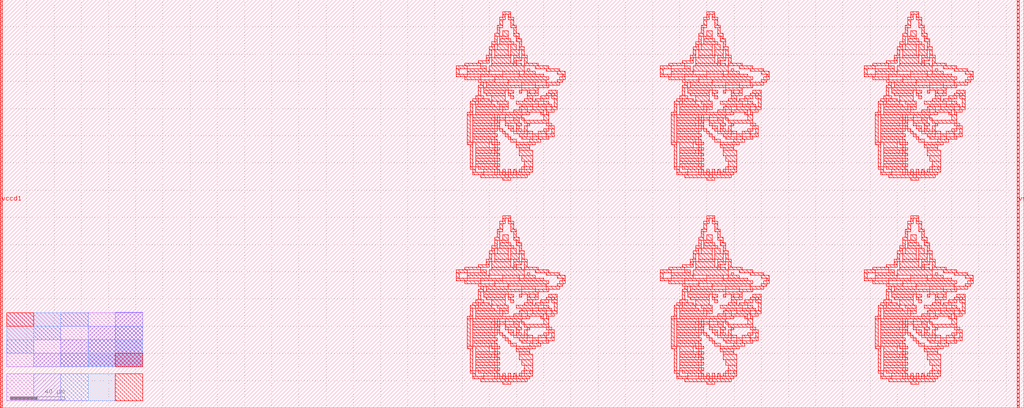
<source format=lef>
VERSION 5.7 ;
  NOWIREEXTENSIONATPIN ON ;
  DIVIDERCHAR "/" ;
  BUSBITCHARS "[]" ;
MACRO Art
  CLASS BLOCK ;
  FOREIGN Art ;
  ORIGIN -0.200 0.000 ;
  SIZE 752.920 BY 300.000 ;
  PIN vccd1
    DIRECTION INPUT ;
    USE POWER ;
    PORT
      LAYER met4 ;
        RECT 0.20000 0.00000 1.80000 300.00000 ;
    END
  END vccd1
  PIN vssd1
    DIRECTION INPUT ;
    USE GROUND ;
    PORT
      LAYER met4 ;
        RECT 748.20000 0.00000 749.80000 300.00000 ;
    END
  END vssd1
  OBS
      LAYER li1 ;
        RECT 5.000 30.000 105.000 70.000 ;
        RECT 5.000 5.000 25.000 25.000 ;
      LAYER met1 ;
        RECT 85.000 60.000 105.000 70.120 ;
        RECT 65.000 50.000 105.000 60.000 ;
        RECT 45.000 40.000 105.000 50.000 ;
        RECT 25.000 30.120 105.000 40.000 ;
        RECT 25.000 30.000 85.000 30.120 ;
        RECT 25.000 5.000 45.000 25.000 ;
      LAYER met2 ;
        RECT 45.000 60.000 65.000 70.000 ;
        RECT 25.000 50.000 45.000 60.000 ;
        RECT 85.000 50.000 105.000 60.000 ;
        RECT 5.000 40.000 25.000 50.000 ;
        RECT 65.000 40.000 105.000 50.000 ;
        RECT 45.000 30.000 105.000 40.000 ;
        RECT 45.000 5.000 65.000 25.000 ;
      LAYER met3 ;
        RECT 25.000 60.000 45.000 70.000 ;
        RECT 5.000 50.000 25.000 60.000 ;
        RECT 85.000 40.000 105.000 50.000 ;
        RECT 65.000 30.000 105.000 40.000 ;
        RECT 65.000 5.000 85.000 25.000 ;
      LAYER met4 ;
        RECT 0.200 0.000 1.800 300.000 ;
        RECT 369.830 289.290 375.830 291.290 ;
        RECT 369.830 287.290 371.830 289.290 ;
        RECT 367.830 285.290 371.830 287.290 ;
        RECT 373.830 287.290 375.830 289.290 ;
        RECT 519.830 289.290 525.830 291.290 ;
        RECT 519.830 287.290 521.830 289.290 ;
        RECT 373.830 285.290 377.830 287.290 ;
        RECT 367.830 281.290 369.830 285.290 ;
        RECT 365.830 279.290 369.830 281.290 ;
        RECT 375.830 281.290 377.830 285.290 ;
        RECT 517.830 285.290 521.830 287.290 ;
        RECT 523.830 287.290 525.830 289.290 ;
        RECT 669.830 289.290 675.830 291.290 ;
        RECT 669.830 287.290 671.830 289.290 ;
        RECT 523.830 285.290 527.830 287.290 ;
        RECT 517.830 281.290 519.830 285.290 ;
        RECT 375.830 279.290 379.830 281.290 ;
        RECT 365.830 275.290 367.830 279.290 ;
        RECT 363.830 273.290 367.830 275.290 ;
        RECT 369.830 273.290 373.830 277.290 ;
        RECT 377.830 275.290 379.830 279.290 ;
        RECT 515.830 279.290 519.830 281.290 ;
        RECT 525.830 281.290 527.830 285.290 ;
        RECT 667.830 285.290 671.830 287.290 ;
        RECT 673.830 287.290 675.830 289.290 ;
        RECT 673.830 285.290 677.830 287.290 ;
        RECT 667.830 281.290 669.830 285.290 ;
        RECT 525.830 279.290 529.830 281.290 ;
        RECT 515.830 275.290 517.830 279.290 ;
        RECT 377.830 273.290 381.830 275.290 ;
        RECT 363.830 269.290 365.830 273.290 ;
        RECT 361.830 267.290 365.830 269.290 ;
        RECT 367.830 271.290 373.830 273.290 ;
        RECT 379.830 271.290 381.830 273.290 ;
        RECT 513.830 273.290 517.830 275.290 ;
        RECT 519.830 273.290 523.830 277.290 ;
        RECT 527.830 275.290 529.830 279.290 ;
        RECT 665.830 279.290 669.830 281.290 ;
        RECT 675.830 281.290 677.830 285.290 ;
        RECT 675.830 279.290 679.830 281.290 ;
        RECT 665.830 275.290 667.830 279.290 ;
        RECT 527.830 273.290 531.830 275.290 ;
        RECT 367.830 269.290 375.830 271.290 ;
        RECT 379.830 269.290 383.830 271.290 ;
        RECT 513.830 269.290 515.830 273.290 ;
        RECT 367.830 267.290 377.830 269.290 ;
        RECT 361.830 265.290 363.830 267.290 ;
        RECT 359.830 263.290 363.830 265.290 ;
        RECT 365.830 263.290 373.830 267.290 ;
        RECT 359.830 259.290 361.830 263.290 ;
        RECT 357.830 257.290 361.830 259.290 ;
        RECT 363.830 259.290 373.830 263.290 ;
        RECT 375.830 263.290 379.830 267.290 ;
        RECT 381.830 265.290 383.830 269.290 ;
        RECT 511.830 267.290 515.830 269.290 ;
        RECT 517.830 271.290 523.830 273.290 ;
        RECT 529.830 271.290 531.830 273.290 ;
        RECT 663.830 273.290 667.830 275.290 ;
        RECT 669.830 273.290 673.830 277.290 ;
        RECT 677.830 275.290 679.830 279.290 ;
        RECT 677.830 273.290 681.830 275.290 ;
        RECT 517.830 269.290 525.830 271.290 ;
        RECT 529.830 269.290 533.830 271.290 ;
        RECT 663.830 269.290 665.830 273.290 ;
        RECT 517.830 267.290 527.830 269.290 ;
        RECT 511.830 265.290 513.830 267.290 ;
        RECT 381.830 263.290 385.830 265.290 ;
        RECT 375.830 259.290 381.830 263.290 ;
        RECT 363.830 257.290 375.830 259.290 ;
        RECT 357.830 255.290 359.830 257.290 ;
        RECT 351.830 253.290 359.830 255.290 ;
        RECT 361.830 253.290 375.830 257.290 ;
        RECT 377.830 257.290 381.830 259.290 ;
        RECT 383.830 259.290 385.830 263.290 ;
        RECT 509.830 263.290 513.830 265.290 ;
        RECT 515.830 263.290 523.830 267.290 ;
        RECT 509.830 259.290 511.830 263.290 ;
        RECT 383.830 257.290 387.830 259.290 ;
        RECT 377.830 255.290 383.830 257.290 ;
        RECT 377.830 253.290 379.830 255.290 ;
        RECT 385.830 253.290 387.830 257.290 ;
        RECT 507.830 257.290 511.830 259.290 ;
        RECT 513.830 259.290 523.830 263.290 ;
        RECT 525.830 263.290 529.830 267.290 ;
        RECT 531.830 265.290 533.830 269.290 ;
        RECT 661.830 267.290 665.830 269.290 ;
        RECT 667.830 271.290 673.830 273.290 ;
        RECT 679.830 271.290 681.830 273.290 ;
        RECT 667.830 269.290 675.830 271.290 ;
        RECT 679.830 269.290 683.830 271.290 ;
        RECT 667.830 267.290 677.830 269.290 ;
        RECT 661.830 265.290 663.830 267.290 ;
        RECT 531.830 263.290 535.830 265.290 ;
        RECT 525.830 259.290 531.830 263.290 ;
        RECT 513.830 257.290 525.830 259.290 ;
        RECT 507.830 255.290 509.830 257.290 ;
        RECT 501.830 253.290 509.830 255.290 ;
        RECT 511.830 253.290 525.830 257.290 ;
        RECT 527.830 257.290 531.830 259.290 ;
        RECT 533.830 259.290 535.830 263.290 ;
        RECT 659.830 263.290 663.830 265.290 ;
        RECT 665.830 263.290 673.830 267.290 ;
        RECT 659.830 259.290 661.830 263.290 ;
        RECT 533.830 257.290 537.830 259.290 ;
        RECT 527.830 255.290 533.830 257.290 ;
        RECT 527.830 253.290 529.830 255.290 ;
        RECT 535.830 253.290 537.830 257.290 ;
        RECT 657.830 257.290 661.830 259.290 ;
        RECT 663.830 259.290 673.830 263.290 ;
        RECT 675.830 263.290 679.830 267.290 ;
        RECT 681.830 265.290 683.830 269.290 ;
        RECT 681.830 263.290 685.830 265.290 ;
        RECT 675.830 259.290 681.830 263.290 ;
        RECT 663.830 257.290 675.830 259.290 ;
        RECT 657.830 255.290 659.830 257.290 ;
        RECT 651.830 253.290 659.830 255.290 ;
        RECT 661.830 253.290 675.830 257.290 ;
        RECT 677.830 257.290 681.830 259.290 ;
        RECT 683.830 259.290 685.830 263.290 ;
        RECT 683.830 257.290 687.830 259.290 ;
        RECT 677.830 255.290 683.830 257.290 ;
        RECT 677.830 253.290 679.830 255.290 ;
        RECT 685.830 253.290 687.830 257.290 ;
        RECT 341.830 251.290 353.830 253.290 ;
        RECT 361.830 251.290 377.830 253.290 ;
        RECT 379.830 251.290 383.830 253.290 ;
        RECT 385.830 251.290 395.830 253.290 ;
        RECT 491.830 251.290 503.830 253.290 ;
        RECT 511.830 251.290 527.830 253.290 ;
        RECT 529.830 251.290 533.830 253.290 ;
        RECT 535.830 251.290 545.830 253.290 ;
        RECT 641.830 251.290 653.830 253.290 ;
        RECT 661.830 251.290 677.830 253.290 ;
        RECT 679.830 251.290 683.830 253.290 ;
        RECT 685.830 251.290 695.830 253.290 ;
        RECT 335.830 249.290 343.830 251.290 ;
        RECT 353.830 249.290 357.830 251.290 ;
        RECT 335.830 245.290 337.830 249.290 ;
        RECT 343.830 247.290 357.830 249.290 ;
        RECT 359.830 247.290 385.830 251.290 ;
        RECT 393.830 249.290 403.830 251.290 ;
        RECT 485.830 249.290 493.830 251.290 ;
        RECT 503.830 249.290 507.830 251.290 ;
        RECT 387.830 247.290 389.830 249.290 ;
        RECT 401.830 247.290 411.830 249.290 ;
        RECT 343.830 245.290 359.830 247.290 ;
        RECT 369.830 245.290 381.830 247.290 ;
        RECT 385.830 245.290 393.830 247.290 ;
        RECT 409.830 245.290 415.830 247.290 ;
        RECT 335.830 243.290 343.830 245.290 ;
        RECT 353.830 243.290 369.830 245.290 ;
        RECT 381.830 243.290 399.830 245.290 ;
        RECT 413.830 243.290 415.830 245.290 ;
        RECT 485.830 245.290 487.830 249.290 ;
        RECT 493.830 247.290 507.830 249.290 ;
        RECT 509.830 247.290 535.830 251.290 ;
        RECT 543.830 249.290 553.830 251.290 ;
        RECT 635.830 249.290 643.830 251.290 ;
        RECT 653.830 249.290 657.830 251.290 ;
        RECT 537.830 247.290 539.830 249.290 ;
        RECT 551.830 247.290 561.830 249.290 ;
        RECT 493.830 245.290 509.830 247.290 ;
        RECT 519.830 245.290 531.830 247.290 ;
        RECT 535.830 245.290 543.830 247.290 ;
        RECT 559.830 245.290 565.830 247.290 ;
        RECT 485.830 243.290 493.830 245.290 ;
        RECT 503.830 243.290 519.830 245.290 ;
        RECT 531.830 243.290 549.830 245.290 ;
        RECT 563.830 243.290 565.830 245.290 ;
        RECT 635.830 245.290 637.830 249.290 ;
        RECT 643.830 247.290 657.830 249.290 ;
        RECT 659.830 247.290 685.830 251.290 ;
        RECT 693.830 249.290 703.830 251.290 ;
        RECT 687.830 247.290 689.830 249.290 ;
        RECT 701.830 247.290 711.830 249.290 ;
        RECT 643.830 245.290 659.830 247.290 ;
        RECT 669.830 245.290 681.830 247.290 ;
        RECT 685.830 245.290 693.830 247.290 ;
        RECT 709.830 245.290 715.830 247.290 ;
        RECT 635.830 243.290 643.830 245.290 ;
        RECT 653.830 243.290 669.830 245.290 ;
        RECT 681.830 243.290 699.830 245.290 ;
        RECT 713.830 243.290 715.830 245.290 ;
        RECT 341.830 241.290 353.830 243.290 ;
        RECT 363.830 241.290 403.830 243.290 ;
        RECT 411.830 241.290 415.830 243.290 ;
        RECT 491.830 241.290 503.830 243.290 ;
        RECT 513.830 241.290 553.830 243.290 ;
        RECT 561.830 241.290 565.830 243.290 ;
        RECT 641.830 241.290 653.830 243.290 ;
        RECT 663.830 241.290 703.830 243.290 ;
        RECT 711.830 241.290 715.830 243.290 ;
        RECT 351.830 239.290 363.830 241.290 ;
        RECT 373.830 239.290 401.830 241.290 ;
        RECT 409.830 239.290 413.830 241.290 ;
        RECT 501.830 239.290 513.830 241.290 ;
        RECT 523.830 239.290 551.830 241.290 ;
        RECT 559.830 239.290 563.830 241.290 ;
        RECT 651.830 239.290 663.830 241.290 ;
        RECT 673.830 239.290 701.830 241.290 ;
        RECT 709.830 239.290 713.830 241.290 ;
        RECT 353.830 237.290 355.830 239.290 ;
        RECT 351.830 235.290 355.830 237.290 ;
        RECT 357.830 237.290 373.830 239.290 ;
        RECT 383.830 237.290 393.830 239.290 ;
        RECT 401.830 237.290 411.830 239.290 ;
        RECT 503.830 237.290 505.830 239.290 ;
        RECT 357.830 235.290 383.830 237.290 ;
        RECT 393.830 235.290 403.830 237.290 ;
        RECT 501.830 235.290 505.830 237.290 ;
        RECT 507.830 237.290 523.830 239.290 ;
        RECT 533.830 237.290 543.830 239.290 ;
        RECT 551.830 237.290 561.830 239.290 ;
        RECT 653.830 237.290 655.830 239.290 ;
        RECT 507.830 235.290 533.830 237.290 ;
        RECT 543.830 235.290 553.830 237.290 ;
        RECT 651.830 235.290 655.830 237.290 ;
        RECT 657.830 237.290 673.830 239.290 ;
        RECT 683.830 237.290 693.830 239.290 ;
        RECT 701.830 237.290 711.830 239.290 ;
        RECT 657.830 235.290 683.830 237.290 ;
        RECT 693.830 235.290 703.830 237.290 ;
        RECT 351.830 229.290 353.830 235.290 ;
        RECT 355.830 233.290 373.830 235.290 ;
        RECT 383.830 233.290 395.830 235.290 ;
        RECT 355.830 231.290 371.830 233.290 ;
        RECT 357.830 229.290 371.830 231.290 ;
        RECT 373.830 231.290 377.830 233.290 ;
        RECT 381.830 231.290 383.830 233.290 ;
        RECT 387.830 231.290 389.830 233.290 ;
        RECT 393.830 231.290 395.830 233.290 ;
        RECT 403.830 231.290 409.830 233.290 ;
        RECT 373.830 229.290 375.830 231.290 ;
        RECT 387.830 229.290 395.830 231.290 ;
        RECT 401.830 229.290 405.830 231.290 ;
        RECT 407.830 229.290 409.830 231.290 ;
        RECT 501.830 229.290 503.830 235.290 ;
        RECT 505.830 233.290 523.830 235.290 ;
        RECT 533.830 233.290 545.830 235.290 ;
        RECT 505.830 231.290 521.830 233.290 ;
        RECT 507.830 229.290 521.830 231.290 ;
        RECT 523.830 231.290 527.830 233.290 ;
        RECT 531.830 231.290 533.830 233.290 ;
        RECT 537.830 231.290 539.830 233.290 ;
        RECT 543.830 231.290 545.830 233.290 ;
        RECT 553.830 231.290 559.830 233.290 ;
        RECT 523.830 229.290 525.830 231.290 ;
        RECT 537.830 229.290 545.830 231.290 ;
        RECT 551.830 229.290 555.830 231.290 ;
        RECT 557.830 229.290 559.830 231.290 ;
        RECT 651.830 229.290 653.830 235.290 ;
        RECT 655.830 233.290 673.830 235.290 ;
        RECT 683.830 233.290 695.830 235.290 ;
        RECT 655.830 231.290 671.830 233.290 ;
        RECT 657.830 229.290 671.830 231.290 ;
        RECT 673.830 231.290 677.830 233.290 ;
        RECT 681.830 231.290 683.830 233.290 ;
        RECT 687.830 231.290 689.830 233.290 ;
        RECT 693.830 231.290 695.830 233.290 ;
        RECT 703.830 231.290 709.830 233.290 ;
        RECT 673.830 229.290 675.830 231.290 ;
        RECT 687.830 229.290 695.830 231.290 ;
        RECT 701.830 229.290 705.830 231.290 ;
        RECT 707.830 229.290 709.830 231.290 ;
        RECT 349.830 227.290 355.830 229.290 ;
        RECT 347.830 225.290 351.830 227.290 ;
        RECT 353.830 225.290 359.830 227.290 ;
        RECT 361.830 225.290 371.830 229.290 ;
        RECT 375.830 227.290 377.830 229.290 ;
        RECT 387.830 227.290 391.830 229.290 ;
        RECT 397.830 227.290 403.830 229.290 ;
        RECT 405.830 227.290 409.830 229.290 ;
        RECT 499.830 227.290 505.830 229.290 ;
        RECT 385.830 225.290 391.830 227.290 ;
        RECT 393.830 225.290 399.830 227.290 ;
        RECT 345.830 223.290 349.830 225.290 ;
        RECT 351.830 223.290 361.830 225.290 ;
        RECT 365.830 223.290 373.830 225.290 ;
        RECT 379.830 223.290 395.830 225.290 ;
        RECT 399.830 223.290 403.830 225.290 ;
        RECT 345.830 217.290 347.830 223.290 ;
        RECT 343.830 215.290 347.830 217.290 ;
        RECT 349.830 221.290 363.830 223.290 ;
        RECT 367.830 221.290 373.830 223.290 ;
        RECT 383.830 221.290 391.830 223.290 ;
        RECT 395.830 221.290 405.830 223.290 ;
        RECT 407.830 221.290 409.830 227.290 ;
        RECT 497.830 225.290 501.830 227.290 ;
        RECT 503.830 225.290 509.830 227.290 ;
        RECT 511.830 225.290 521.830 229.290 ;
        RECT 525.830 227.290 527.830 229.290 ;
        RECT 537.830 227.290 541.830 229.290 ;
        RECT 547.830 227.290 553.830 229.290 ;
        RECT 555.830 227.290 559.830 229.290 ;
        RECT 649.830 227.290 655.830 229.290 ;
        RECT 535.830 225.290 541.830 227.290 ;
        RECT 543.830 225.290 549.830 227.290 ;
        RECT 349.830 219.290 367.830 221.290 ;
        RECT 369.830 219.290 373.830 221.290 ;
        RECT 381.830 219.290 387.830 221.290 ;
        RECT 391.830 219.290 401.830 221.290 ;
        RECT 405.830 219.290 409.830 221.290 ;
        RECT 495.830 223.290 499.830 225.290 ;
        RECT 501.830 223.290 511.830 225.290 ;
        RECT 515.830 223.290 523.830 225.290 ;
        RECT 529.830 223.290 545.830 225.290 ;
        RECT 549.830 223.290 553.830 225.290 ;
        RECT 349.830 217.290 369.830 219.290 ;
        RECT 377.830 217.290 383.830 219.290 ;
        RECT 387.830 217.290 399.830 219.290 ;
        RECT 349.830 215.290 389.830 217.290 ;
        RECT 397.830 215.290 399.830 217.290 ;
        RECT 401.830 217.290 407.830 219.290 ;
        RECT 495.830 217.290 497.830 223.290 ;
        RECT 401.830 215.290 403.830 217.290 ;
        RECT 343.830 195.290 345.830 215.290 ;
        RECT 347.830 213.290 363.830 215.290 ;
        RECT 365.830 213.290 367.830 215.290 ;
        RECT 371.830 213.290 383.830 215.290 ;
        RECT 347.830 211.290 361.830 213.290 ;
        RECT 363.830 211.290 365.830 213.290 ;
        RECT 367.830 211.290 371.830 213.290 ;
        RECT 377.830 211.290 381.830 213.290 ;
        RECT 383.830 211.290 385.830 213.290 ;
        RECT 399.830 211.290 403.830 215.290 ;
        RECT 347.830 209.290 363.830 211.290 ;
        RECT 365.830 209.290 367.830 211.290 ;
        RECT 347.830 207.290 361.830 209.290 ;
        RECT 363.830 207.290 367.830 209.290 ;
        RECT 371.830 209.290 381.830 211.290 ;
        RECT 385.830 209.290 403.830 211.290 ;
        RECT 493.830 215.290 497.830 217.290 ;
        RECT 499.830 221.290 513.830 223.290 ;
        RECT 517.830 221.290 523.830 223.290 ;
        RECT 533.830 221.290 541.830 223.290 ;
        RECT 545.830 221.290 555.830 223.290 ;
        RECT 557.830 221.290 559.830 227.290 ;
        RECT 647.830 225.290 651.830 227.290 ;
        RECT 653.830 225.290 659.830 227.290 ;
        RECT 661.830 225.290 671.830 229.290 ;
        RECT 675.830 227.290 677.830 229.290 ;
        RECT 687.830 227.290 691.830 229.290 ;
        RECT 697.830 227.290 703.830 229.290 ;
        RECT 705.830 227.290 709.830 229.290 ;
        RECT 685.830 225.290 691.830 227.290 ;
        RECT 693.830 225.290 699.830 227.290 ;
        RECT 499.830 219.290 517.830 221.290 ;
        RECT 519.830 219.290 523.830 221.290 ;
        RECT 531.830 219.290 537.830 221.290 ;
        RECT 541.830 219.290 551.830 221.290 ;
        RECT 555.830 219.290 559.830 221.290 ;
        RECT 645.830 223.290 649.830 225.290 ;
        RECT 651.830 223.290 661.830 225.290 ;
        RECT 665.830 223.290 673.830 225.290 ;
        RECT 679.830 223.290 695.830 225.290 ;
        RECT 699.830 223.290 703.830 225.290 ;
        RECT 499.830 217.290 519.830 219.290 ;
        RECT 527.830 217.290 533.830 219.290 ;
        RECT 537.830 217.290 549.830 219.290 ;
        RECT 499.830 215.290 539.830 217.290 ;
        RECT 547.830 215.290 549.830 217.290 ;
        RECT 551.830 217.290 557.830 219.290 ;
        RECT 645.830 217.290 647.830 223.290 ;
        RECT 551.830 215.290 553.830 217.290 ;
        RECT 371.830 207.290 373.830 209.290 ;
        RECT 379.830 207.290 383.830 209.290 ;
        RECT 387.830 207.290 389.830 209.290 ;
        RECT 401.830 207.290 405.830 209.290 ;
        RECT 347.830 205.290 363.830 207.290 ;
        RECT 365.830 205.290 367.830 207.290 ;
        RECT 373.830 205.290 377.830 207.290 ;
        RECT 347.830 203.290 365.830 205.290 ;
        RECT 367.830 203.290 369.830 205.290 ;
        RECT 375.830 203.290 377.830 205.290 ;
        RECT 379.830 205.290 381.830 207.290 ;
        RECT 379.830 203.290 383.830 205.290 ;
        RECT 385.830 203.290 387.830 207.290 ;
        RECT 403.830 205.290 407.830 207.290 ;
        RECT 399.830 203.290 403.830 205.290 ;
        RECT 347.830 201.290 363.830 203.290 ;
        RECT 369.830 201.290 371.830 203.290 ;
        RECT 377.830 201.290 385.830 203.290 ;
        RECT 387.830 201.290 391.830 203.290 ;
        RECT 395.830 201.290 401.830 203.290 ;
        RECT 405.830 201.290 407.830 205.290 ;
        RECT 347.830 199.290 365.830 201.290 ;
        RECT 371.830 199.290 373.830 201.290 ;
        RECT 381.830 199.290 387.830 201.290 ;
        RECT 391.830 199.290 395.830 201.290 ;
        RECT 401.830 199.290 407.830 201.290 ;
        RECT 347.830 197.290 363.830 199.290 ;
        RECT 373.830 197.290 375.830 199.290 ;
        RECT 383.830 197.290 391.830 199.290 ;
        RECT 395.830 197.290 403.830 199.290 ;
        RECT 347.830 195.290 361.830 197.290 ;
        RECT 363.830 195.290 365.830 197.290 ;
        RECT 375.830 195.290 379.830 197.290 ;
        RECT 389.830 195.290 397.830 197.290 ;
        RECT 493.830 195.290 495.830 215.290 ;
        RECT 497.830 213.290 513.830 215.290 ;
        RECT 515.830 213.290 517.830 215.290 ;
        RECT 521.830 213.290 533.830 215.290 ;
        RECT 497.830 211.290 511.830 213.290 ;
        RECT 513.830 211.290 515.830 213.290 ;
        RECT 517.830 211.290 521.830 213.290 ;
        RECT 527.830 211.290 531.830 213.290 ;
        RECT 533.830 211.290 535.830 213.290 ;
        RECT 549.830 211.290 553.830 215.290 ;
        RECT 497.830 209.290 513.830 211.290 ;
        RECT 515.830 209.290 517.830 211.290 ;
        RECT 497.830 207.290 511.830 209.290 ;
        RECT 513.830 207.290 517.830 209.290 ;
        RECT 521.830 209.290 531.830 211.290 ;
        RECT 535.830 209.290 553.830 211.290 ;
        RECT 643.830 215.290 647.830 217.290 ;
        RECT 649.830 221.290 663.830 223.290 ;
        RECT 667.830 221.290 673.830 223.290 ;
        RECT 683.830 221.290 691.830 223.290 ;
        RECT 695.830 221.290 705.830 223.290 ;
        RECT 707.830 221.290 709.830 227.290 ;
        RECT 649.830 219.290 667.830 221.290 ;
        RECT 669.830 219.290 673.830 221.290 ;
        RECT 681.830 219.290 687.830 221.290 ;
        RECT 691.830 219.290 701.830 221.290 ;
        RECT 705.830 219.290 709.830 221.290 ;
        RECT 649.830 217.290 669.830 219.290 ;
        RECT 677.830 217.290 683.830 219.290 ;
        RECT 687.830 217.290 699.830 219.290 ;
        RECT 649.830 215.290 689.830 217.290 ;
        RECT 697.830 215.290 699.830 217.290 ;
        RECT 701.830 217.290 707.830 219.290 ;
        RECT 701.830 215.290 703.830 217.290 ;
        RECT 521.830 207.290 523.830 209.290 ;
        RECT 529.830 207.290 533.830 209.290 ;
        RECT 537.830 207.290 539.830 209.290 ;
        RECT 551.830 207.290 555.830 209.290 ;
        RECT 497.830 205.290 513.830 207.290 ;
        RECT 515.830 205.290 517.830 207.290 ;
        RECT 523.830 205.290 527.830 207.290 ;
        RECT 497.830 203.290 515.830 205.290 ;
        RECT 517.830 203.290 519.830 205.290 ;
        RECT 525.830 203.290 527.830 205.290 ;
        RECT 529.830 205.290 531.830 207.290 ;
        RECT 529.830 203.290 533.830 205.290 ;
        RECT 535.830 203.290 537.830 207.290 ;
        RECT 553.830 205.290 557.830 207.290 ;
        RECT 549.830 203.290 553.830 205.290 ;
        RECT 497.830 201.290 513.830 203.290 ;
        RECT 519.830 201.290 521.830 203.290 ;
        RECT 527.830 201.290 535.830 203.290 ;
        RECT 537.830 201.290 541.830 203.290 ;
        RECT 545.830 201.290 551.830 203.290 ;
        RECT 555.830 201.290 557.830 205.290 ;
        RECT 497.830 199.290 515.830 201.290 ;
        RECT 521.830 199.290 523.830 201.290 ;
        RECT 531.830 199.290 537.830 201.290 ;
        RECT 541.830 199.290 545.830 201.290 ;
        RECT 551.830 199.290 557.830 201.290 ;
        RECT 497.830 197.290 513.830 199.290 ;
        RECT 523.830 197.290 525.830 199.290 ;
        RECT 533.830 197.290 541.830 199.290 ;
        RECT 545.830 197.290 553.830 199.290 ;
        RECT 497.830 195.290 511.830 197.290 ;
        RECT 513.830 195.290 515.830 197.290 ;
        RECT 525.830 195.290 529.830 197.290 ;
        RECT 539.830 195.290 547.830 197.290 ;
        RECT 643.830 195.290 645.830 215.290 ;
        RECT 647.830 213.290 663.830 215.290 ;
        RECT 665.830 213.290 667.830 215.290 ;
        RECT 671.830 213.290 683.830 215.290 ;
        RECT 647.830 211.290 661.830 213.290 ;
        RECT 663.830 211.290 665.830 213.290 ;
        RECT 667.830 211.290 671.830 213.290 ;
        RECT 677.830 211.290 681.830 213.290 ;
        RECT 683.830 211.290 685.830 213.290 ;
        RECT 699.830 211.290 703.830 215.290 ;
        RECT 647.830 209.290 663.830 211.290 ;
        RECT 665.830 209.290 667.830 211.290 ;
        RECT 647.830 207.290 661.830 209.290 ;
        RECT 663.830 207.290 667.830 209.290 ;
        RECT 671.830 209.290 681.830 211.290 ;
        RECT 685.830 209.290 703.830 211.290 ;
        RECT 671.830 207.290 673.830 209.290 ;
        RECT 679.830 207.290 683.830 209.290 ;
        RECT 687.830 207.290 689.830 209.290 ;
        RECT 701.830 207.290 705.830 209.290 ;
        RECT 647.830 205.290 663.830 207.290 ;
        RECT 665.830 205.290 667.830 207.290 ;
        RECT 673.830 205.290 677.830 207.290 ;
        RECT 647.830 203.290 665.830 205.290 ;
        RECT 667.830 203.290 669.830 205.290 ;
        RECT 675.830 203.290 677.830 205.290 ;
        RECT 679.830 205.290 681.830 207.290 ;
        RECT 679.830 203.290 683.830 205.290 ;
        RECT 685.830 203.290 687.830 207.290 ;
        RECT 703.830 205.290 707.830 207.290 ;
        RECT 699.830 203.290 703.830 205.290 ;
        RECT 647.830 201.290 663.830 203.290 ;
        RECT 669.830 201.290 671.830 203.290 ;
        RECT 677.830 201.290 685.830 203.290 ;
        RECT 687.830 201.290 691.830 203.290 ;
        RECT 695.830 201.290 701.830 203.290 ;
        RECT 705.830 201.290 707.830 205.290 ;
        RECT 647.830 199.290 665.830 201.290 ;
        RECT 671.830 199.290 673.830 201.290 ;
        RECT 681.830 199.290 687.830 201.290 ;
        RECT 691.830 199.290 695.830 201.290 ;
        RECT 701.830 199.290 707.830 201.290 ;
        RECT 647.830 197.290 663.830 199.290 ;
        RECT 673.830 197.290 675.830 199.290 ;
        RECT 683.830 197.290 691.830 199.290 ;
        RECT 695.830 197.290 703.830 199.290 ;
        RECT 647.830 195.290 661.830 197.290 ;
        RECT 663.830 195.290 665.830 197.290 ;
        RECT 675.830 195.290 679.830 197.290 ;
        RECT 689.830 195.290 697.830 197.290 ;
        RECT 343.830 193.290 347.830 195.290 ;
        RECT 345.830 177.290 347.830 193.290 ;
        RECT 349.830 191.290 359.830 195.290 ;
        RECT 361.830 193.290 363.830 195.290 ;
        RECT 365.830 193.290 367.830 195.290 ;
        RECT 379.830 193.290 393.830 195.290 ;
        RECT 493.830 193.290 497.830 195.290 ;
        RECT 363.830 191.290 365.830 193.290 ;
        RECT 379.830 191.290 389.830 193.290 ;
        RECT 349.830 189.290 363.830 191.290 ;
        RECT 365.830 189.290 367.830 191.290 ;
        RECT 381.830 189.290 389.830 191.290 ;
        RECT 349.830 187.290 361.830 189.290 ;
        RECT 363.830 187.290 365.830 189.290 ;
        RECT 349.830 185.290 363.830 187.290 ;
        RECT 365.830 185.290 367.830 187.290 ;
        RECT 381.830 185.290 391.830 189.290 ;
        RECT 349.830 183.290 365.830 185.290 ;
        RECT 349.830 181.290 363.830 183.290 ;
        RECT 365.830 181.290 367.830 183.290 ;
        RECT 383.830 181.290 391.830 185.290 ;
        RECT 349.830 179.290 365.830 181.290 ;
        RECT 349.830 177.290 363.830 179.290 ;
        RECT 365.830 177.290 367.830 179.290 ;
        RECT 385.830 177.290 391.830 181.290 ;
        RECT 345.830 175.290 349.830 177.290 ;
        RECT 351.830 175.290 365.830 177.290 ;
        RECT 383.830 175.290 385.830 177.290 ;
        RECT 389.830 175.290 391.830 177.290 ;
        RECT 495.830 177.290 497.830 193.290 ;
        RECT 499.830 191.290 509.830 195.290 ;
        RECT 511.830 193.290 513.830 195.290 ;
        RECT 515.830 193.290 517.830 195.290 ;
        RECT 529.830 193.290 543.830 195.290 ;
        RECT 643.830 193.290 647.830 195.290 ;
        RECT 513.830 191.290 515.830 193.290 ;
        RECT 529.830 191.290 539.830 193.290 ;
        RECT 499.830 189.290 513.830 191.290 ;
        RECT 515.830 189.290 517.830 191.290 ;
        RECT 531.830 189.290 539.830 191.290 ;
        RECT 499.830 187.290 511.830 189.290 ;
        RECT 513.830 187.290 515.830 189.290 ;
        RECT 499.830 185.290 513.830 187.290 ;
        RECT 515.830 185.290 517.830 187.290 ;
        RECT 531.830 185.290 541.830 189.290 ;
        RECT 499.830 183.290 515.830 185.290 ;
        RECT 499.830 181.290 513.830 183.290 ;
        RECT 515.830 181.290 517.830 183.290 ;
        RECT 533.830 181.290 541.830 185.290 ;
        RECT 499.830 179.290 515.830 181.290 ;
        RECT 499.830 177.290 513.830 179.290 ;
        RECT 515.830 177.290 517.830 179.290 ;
        RECT 535.830 177.290 541.830 181.290 ;
        RECT 495.830 175.290 499.830 177.290 ;
        RECT 501.830 175.290 515.830 177.290 ;
        RECT 533.830 175.290 535.830 177.290 ;
        RECT 539.830 175.290 541.830 177.290 ;
        RECT 645.830 177.290 647.830 193.290 ;
        RECT 649.830 191.290 659.830 195.290 ;
        RECT 661.830 193.290 663.830 195.290 ;
        RECT 665.830 193.290 667.830 195.290 ;
        RECT 679.830 193.290 693.830 195.290 ;
        RECT 663.830 191.290 665.830 193.290 ;
        RECT 679.830 191.290 689.830 193.290 ;
        RECT 649.830 189.290 663.830 191.290 ;
        RECT 665.830 189.290 667.830 191.290 ;
        RECT 681.830 189.290 689.830 191.290 ;
        RECT 649.830 187.290 661.830 189.290 ;
        RECT 663.830 187.290 665.830 189.290 ;
        RECT 649.830 185.290 663.830 187.290 ;
        RECT 665.830 185.290 667.830 187.290 ;
        RECT 681.830 185.290 691.830 189.290 ;
        RECT 649.830 183.290 665.830 185.290 ;
        RECT 649.830 181.290 663.830 183.290 ;
        RECT 665.830 181.290 667.830 183.290 ;
        RECT 683.830 181.290 691.830 185.290 ;
        RECT 649.830 179.290 665.830 181.290 ;
        RECT 649.830 177.290 663.830 179.290 ;
        RECT 665.830 177.290 667.830 179.290 ;
        RECT 685.830 177.290 691.830 181.290 ;
        RECT 645.830 175.290 649.830 177.290 ;
        RECT 651.830 175.290 665.830 177.290 ;
        RECT 683.830 175.290 685.830 177.290 ;
        RECT 689.830 175.290 691.830 177.290 ;
        RECT 347.830 173.290 349.830 175.290 ;
        RECT 355.830 173.290 363.830 175.290 ;
        RECT 365.830 173.290 367.830 175.290 ;
        RECT 369.830 173.290 371.830 175.290 ;
        RECT 373.830 173.290 375.830 175.290 ;
        RECT 377.830 173.290 379.830 175.290 ;
        RECT 381.830 173.290 383.830 175.290 ;
        RECT 385.830 173.290 391.830 175.290 ;
        RECT 497.830 173.290 499.830 175.290 ;
        RECT 505.830 173.290 513.830 175.290 ;
        RECT 515.830 173.290 517.830 175.290 ;
        RECT 519.830 173.290 521.830 175.290 ;
        RECT 523.830 173.290 525.830 175.290 ;
        RECT 527.830 173.290 529.830 175.290 ;
        RECT 531.830 173.290 533.830 175.290 ;
        RECT 535.830 173.290 541.830 175.290 ;
        RECT 647.830 173.290 649.830 175.290 ;
        RECT 655.830 173.290 663.830 175.290 ;
        RECT 665.830 173.290 667.830 175.290 ;
        RECT 669.830 173.290 671.830 175.290 ;
        RECT 673.830 173.290 675.830 175.290 ;
        RECT 677.830 173.290 679.830 175.290 ;
        RECT 681.830 173.290 683.830 175.290 ;
        RECT 685.830 173.290 691.830 175.290 ;
        RECT 347.830 171.290 355.830 173.290 ;
        RECT 363.830 171.290 365.830 173.290 ;
        RECT 367.830 171.290 369.830 173.290 ;
        RECT 371.830 171.290 373.830 173.290 ;
        RECT 375.830 171.290 377.830 173.290 ;
        RECT 379.830 171.290 389.830 173.290 ;
        RECT 497.830 171.290 505.830 173.290 ;
        RECT 513.830 171.290 515.830 173.290 ;
        RECT 517.830 171.290 519.830 173.290 ;
        RECT 521.830 171.290 523.830 173.290 ;
        RECT 525.830 171.290 527.830 173.290 ;
        RECT 529.830 171.290 539.830 173.290 ;
        RECT 647.830 171.290 655.830 173.290 ;
        RECT 663.830 171.290 665.830 173.290 ;
        RECT 667.830 171.290 669.830 173.290 ;
        RECT 671.830 171.290 673.830 173.290 ;
        RECT 675.830 171.290 677.830 173.290 ;
        RECT 679.830 171.290 689.830 173.290 ;
        RECT 353.830 169.290 371.830 171.290 ;
        RECT 373.830 169.290 387.830 171.290 ;
        RECT 503.830 169.290 521.830 171.290 ;
        RECT 523.830 169.290 537.830 171.290 ;
        RECT 653.830 169.290 671.830 171.290 ;
        RECT 673.830 169.290 687.830 171.290 ;
        RECT 369.830 167.290 375.830 169.290 ;
        RECT 519.830 167.290 525.830 169.290 ;
        RECT 669.830 167.290 675.830 169.290 ;
        RECT 369.830 139.290 375.830 141.290 ;
        RECT 369.830 137.290 371.830 139.290 ;
        RECT 367.830 135.290 371.830 137.290 ;
        RECT 373.830 137.290 375.830 139.290 ;
        RECT 519.830 139.290 525.830 141.290 ;
        RECT 519.830 137.290 521.830 139.290 ;
        RECT 373.830 135.290 377.830 137.290 ;
        RECT 367.830 131.290 369.830 135.290 ;
        RECT 365.830 129.290 369.830 131.290 ;
        RECT 375.830 131.290 377.830 135.290 ;
        RECT 517.830 135.290 521.830 137.290 ;
        RECT 523.830 137.290 525.830 139.290 ;
        RECT 669.830 139.290 675.830 141.290 ;
        RECT 669.830 137.290 671.830 139.290 ;
        RECT 523.830 135.290 527.830 137.290 ;
        RECT 517.830 131.290 519.830 135.290 ;
        RECT 375.830 129.290 379.830 131.290 ;
        RECT 365.830 125.290 367.830 129.290 ;
        RECT 363.830 123.290 367.830 125.290 ;
        RECT 369.830 123.290 373.830 127.290 ;
        RECT 377.830 125.290 379.830 129.290 ;
        RECT 515.830 129.290 519.830 131.290 ;
        RECT 525.830 131.290 527.830 135.290 ;
        RECT 667.830 135.290 671.830 137.290 ;
        RECT 673.830 137.290 675.830 139.290 ;
        RECT 673.830 135.290 677.830 137.290 ;
        RECT 667.830 131.290 669.830 135.290 ;
        RECT 525.830 129.290 529.830 131.290 ;
        RECT 515.830 125.290 517.830 129.290 ;
        RECT 377.830 123.290 381.830 125.290 ;
        RECT 363.830 119.290 365.830 123.290 ;
        RECT 361.830 117.290 365.830 119.290 ;
        RECT 367.830 121.290 373.830 123.290 ;
        RECT 379.830 121.290 381.830 123.290 ;
        RECT 513.830 123.290 517.830 125.290 ;
        RECT 519.830 123.290 523.830 127.290 ;
        RECT 527.830 125.290 529.830 129.290 ;
        RECT 665.830 129.290 669.830 131.290 ;
        RECT 675.830 131.290 677.830 135.290 ;
        RECT 675.830 129.290 679.830 131.290 ;
        RECT 665.830 125.290 667.830 129.290 ;
        RECT 527.830 123.290 531.830 125.290 ;
        RECT 367.830 119.290 375.830 121.290 ;
        RECT 379.830 119.290 383.830 121.290 ;
        RECT 513.830 119.290 515.830 123.290 ;
        RECT 367.830 117.290 377.830 119.290 ;
        RECT 361.830 115.290 363.830 117.290 ;
        RECT 359.830 113.290 363.830 115.290 ;
        RECT 365.830 113.290 373.830 117.290 ;
        RECT 359.830 109.290 361.830 113.290 ;
        RECT 357.830 107.290 361.830 109.290 ;
        RECT 363.830 109.290 373.830 113.290 ;
        RECT 375.830 113.290 379.830 117.290 ;
        RECT 381.830 115.290 383.830 119.290 ;
        RECT 511.830 117.290 515.830 119.290 ;
        RECT 517.830 121.290 523.830 123.290 ;
        RECT 529.830 121.290 531.830 123.290 ;
        RECT 663.830 123.290 667.830 125.290 ;
        RECT 669.830 123.290 673.830 127.290 ;
        RECT 677.830 125.290 679.830 129.290 ;
        RECT 677.830 123.290 681.830 125.290 ;
        RECT 517.830 119.290 525.830 121.290 ;
        RECT 529.830 119.290 533.830 121.290 ;
        RECT 663.830 119.290 665.830 123.290 ;
        RECT 517.830 117.290 527.830 119.290 ;
        RECT 511.830 115.290 513.830 117.290 ;
        RECT 381.830 113.290 385.830 115.290 ;
        RECT 375.830 109.290 381.830 113.290 ;
        RECT 363.830 107.290 375.830 109.290 ;
        RECT 357.830 105.290 359.830 107.290 ;
        RECT 351.830 103.290 359.830 105.290 ;
        RECT 361.830 103.290 375.830 107.290 ;
        RECT 377.830 107.290 381.830 109.290 ;
        RECT 383.830 109.290 385.830 113.290 ;
        RECT 509.830 113.290 513.830 115.290 ;
        RECT 515.830 113.290 523.830 117.290 ;
        RECT 509.830 109.290 511.830 113.290 ;
        RECT 383.830 107.290 387.830 109.290 ;
        RECT 377.830 105.290 383.830 107.290 ;
        RECT 377.830 103.290 379.830 105.290 ;
        RECT 385.830 103.290 387.830 107.290 ;
        RECT 507.830 107.290 511.830 109.290 ;
        RECT 513.830 109.290 523.830 113.290 ;
        RECT 525.830 113.290 529.830 117.290 ;
        RECT 531.830 115.290 533.830 119.290 ;
        RECT 661.830 117.290 665.830 119.290 ;
        RECT 667.830 121.290 673.830 123.290 ;
        RECT 679.830 121.290 681.830 123.290 ;
        RECT 667.830 119.290 675.830 121.290 ;
        RECT 679.830 119.290 683.830 121.290 ;
        RECT 667.830 117.290 677.830 119.290 ;
        RECT 661.830 115.290 663.830 117.290 ;
        RECT 531.830 113.290 535.830 115.290 ;
        RECT 525.830 109.290 531.830 113.290 ;
        RECT 513.830 107.290 525.830 109.290 ;
        RECT 507.830 105.290 509.830 107.290 ;
        RECT 501.830 103.290 509.830 105.290 ;
        RECT 511.830 103.290 525.830 107.290 ;
        RECT 527.830 107.290 531.830 109.290 ;
        RECT 533.830 109.290 535.830 113.290 ;
        RECT 659.830 113.290 663.830 115.290 ;
        RECT 665.830 113.290 673.830 117.290 ;
        RECT 659.830 109.290 661.830 113.290 ;
        RECT 533.830 107.290 537.830 109.290 ;
        RECT 527.830 105.290 533.830 107.290 ;
        RECT 527.830 103.290 529.830 105.290 ;
        RECT 535.830 103.290 537.830 107.290 ;
        RECT 657.830 107.290 661.830 109.290 ;
        RECT 663.830 109.290 673.830 113.290 ;
        RECT 675.830 113.290 679.830 117.290 ;
        RECT 681.830 115.290 683.830 119.290 ;
        RECT 681.830 113.290 685.830 115.290 ;
        RECT 675.830 109.290 681.830 113.290 ;
        RECT 663.830 107.290 675.830 109.290 ;
        RECT 657.830 105.290 659.830 107.290 ;
        RECT 651.830 103.290 659.830 105.290 ;
        RECT 661.830 103.290 675.830 107.290 ;
        RECT 677.830 107.290 681.830 109.290 ;
        RECT 683.830 109.290 685.830 113.290 ;
        RECT 683.830 107.290 687.830 109.290 ;
        RECT 677.830 105.290 683.830 107.290 ;
        RECT 677.830 103.290 679.830 105.290 ;
        RECT 685.830 103.290 687.830 107.290 ;
        RECT 341.830 101.290 353.830 103.290 ;
        RECT 361.830 101.290 377.830 103.290 ;
        RECT 379.830 101.290 383.830 103.290 ;
        RECT 385.830 101.290 395.830 103.290 ;
        RECT 491.830 101.290 503.830 103.290 ;
        RECT 511.830 101.290 527.830 103.290 ;
        RECT 529.830 101.290 533.830 103.290 ;
        RECT 535.830 101.290 545.830 103.290 ;
        RECT 641.830 101.290 653.830 103.290 ;
        RECT 661.830 101.290 677.830 103.290 ;
        RECT 679.830 101.290 683.830 103.290 ;
        RECT 685.830 101.290 695.830 103.290 ;
        RECT 335.830 99.290 343.830 101.290 ;
        RECT 353.830 99.290 357.830 101.290 ;
        RECT 335.830 95.290 337.830 99.290 ;
        RECT 343.830 97.290 357.830 99.290 ;
        RECT 359.830 97.290 385.830 101.290 ;
        RECT 393.830 99.290 403.830 101.290 ;
        RECT 485.830 99.290 493.830 101.290 ;
        RECT 503.830 99.290 507.830 101.290 ;
        RECT 387.830 97.290 389.830 99.290 ;
        RECT 401.830 97.290 411.830 99.290 ;
        RECT 343.830 95.290 359.830 97.290 ;
        RECT 369.830 95.290 381.830 97.290 ;
        RECT 385.830 95.290 393.830 97.290 ;
        RECT 409.830 95.290 415.830 97.290 ;
        RECT 335.830 93.290 343.830 95.290 ;
        RECT 353.830 93.290 369.830 95.290 ;
        RECT 381.830 93.290 399.830 95.290 ;
        RECT 413.830 93.290 415.830 95.290 ;
        RECT 485.830 95.290 487.830 99.290 ;
        RECT 493.830 97.290 507.830 99.290 ;
        RECT 509.830 97.290 535.830 101.290 ;
        RECT 543.830 99.290 553.830 101.290 ;
        RECT 635.830 99.290 643.830 101.290 ;
        RECT 653.830 99.290 657.830 101.290 ;
        RECT 537.830 97.290 539.830 99.290 ;
        RECT 551.830 97.290 561.830 99.290 ;
        RECT 493.830 95.290 509.830 97.290 ;
        RECT 519.830 95.290 531.830 97.290 ;
        RECT 535.830 95.290 543.830 97.290 ;
        RECT 559.830 95.290 565.830 97.290 ;
        RECT 485.830 93.290 493.830 95.290 ;
        RECT 503.830 93.290 519.830 95.290 ;
        RECT 531.830 93.290 549.830 95.290 ;
        RECT 563.830 93.290 565.830 95.290 ;
        RECT 635.830 95.290 637.830 99.290 ;
        RECT 643.830 97.290 657.830 99.290 ;
        RECT 659.830 97.290 685.830 101.290 ;
        RECT 693.830 99.290 703.830 101.290 ;
        RECT 687.830 97.290 689.830 99.290 ;
        RECT 701.830 97.290 711.830 99.290 ;
        RECT 643.830 95.290 659.830 97.290 ;
        RECT 669.830 95.290 681.830 97.290 ;
        RECT 685.830 95.290 693.830 97.290 ;
        RECT 709.830 95.290 715.830 97.290 ;
        RECT 635.830 93.290 643.830 95.290 ;
        RECT 653.830 93.290 669.830 95.290 ;
        RECT 681.830 93.290 699.830 95.290 ;
        RECT 713.830 93.290 715.830 95.290 ;
        RECT 341.830 91.290 353.830 93.290 ;
        RECT 363.830 91.290 403.830 93.290 ;
        RECT 411.830 91.290 415.830 93.290 ;
        RECT 491.830 91.290 503.830 93.290 ;
        RECT 513.830 91.290 553.830 93.290 ;
        RECT 561.830 91.290 565.830 93.290 ;
        RECT 641.830 91.290 653.830 93.290 ;
        RECT 663.830 91.290 703.830 93.290 ;
        RECT 711.830 91.290 715.830 93.290 ;
        RECT 351.830 89.290 363.830 91.290 ;
        RECT 373.830 89.290 401.830 91.290 ;
        RECT 409.830 89.290 413.830 91.290 ;
        RECT 501.830 89.290 513.830 91.290 ;
        RECT 523.830 89.290 551.830 91.290 ;
        RECT 559.830 89.290 563.830 91.290 ;
        RECT 651.830 89.290 663.830 91.290 ;
        RECT 673.830 89.290 701.830 91.290 ;
        RECT 709.830 89.290 713.830 91.290 ;
        RECT 353.830 87.290 355.830 89.290 ;
        RECT 351.830 85.290 355.830 87.290 ;
        RECT 357.830 87.290 373.830 89.290 ;
        RECT 383.830 87.290 393.830 89.290 ;
        RECT 401.830 87.290 411.830 89.290 ;
        RECT 503.830 87.290 505.830 89.290 ;
        RECT 357.830 85.290 383.830 87.290 ;
        RECT 393.830 85.290 403.830 87.290 ;
        RECT 501.830 85.290 505.830 87.290 ;
        RECT 507.830 87.290 523.830 89.290 ;
        RECT 533.830 87.290 543.830 89.290 ;
        RECT 551.830 87.290 561.830 89.290 ;
        RECT 653.830 87.290 655.830 89.290 ;
        RECT 507.830 85.290 533.830 87.290 ;
        RECT 543.830 85.290 553.830 87.290 ;
        RECT 651.830 85.290 655.830 87.290 ;
        RECT 657.830 87.290 673.830 89.290 ;
        RECT 683.830 87.290 693.830 89.290 ;
        RECT 701.830 87.290 711.830 89.290 ;
        RECT 657.830 85.290 683.830 87.290 ;
        RECT 693.830 85.290 703.830 87.290 ;
        RECT 351.830 79.290 353.830 85.290 ;
        RECT 355.830 83.290 373.830 85.290 ;
        RECT 383.830 83.290 395.830 85.290 ;
        RECT 355.830 81.290 371.830 83.290 ;
        RECT 357.830 79.290 371.830 81.290 ;
        RECT 373.830 81.290 377.830 83.290 ;
        RECT 381.830 81.290 383.830 83.290 ;
        RECT 387.830 81.290 389.830 83.290 ;
        RECT 393.830 81.290 395.830 83.290 ;
        RECT 403.830 81.290 409.830 83.290 ;
        RECT 373.830 79.290 375.830 81.290 ;
        RECT 387.830 79.290 395.830 81.290 ;
        RECT 401.830 79.290 405.830 81.290 ;
        RECT 407.830 79.290 409.830 81.290 ;
        RECT 501.830 79.290 503.830 85.290 ;
        RECT 505.830 83.290 523.830 85.290 ;
        RECT 533.830 83.290 545.830 85.290 ;
        RECT 505.830 81.290 521.830 83.290 ;
        RECT 507.830 79.290 521.830 81.290 ;
        RECT 523.830 81.290 527.830 83.290 ;
        RECT 531.830 81.290 533.830 83.290 ;
        RECT 537.830 81.290 539.830 83.290 ;
        RECT 543.830 81.290 545.830 83.290 ;
        RECT 553.830 81.290 559.830 83.290 ;
        RECT 523.830 79.290 525.830 81.290 ;
        RECT 537.830 79.290 545.830 81.290 ;
        RECT 551.830 79.290 555.830 81.290 ;
        RECT 557.830 79.290 559.830 81.290 ;
        RECT 651.830 79.290 653.830 85.290 ;
        RECT 655.830 83.290 673.830 85.290 ;
        RECT 683.830 83.290 695.830 85.290 ;
        RECT 655.830 81.290 671.830 83.290 ;
        RECT 657.830 79.290 671.830 81.290 ;
        RECT 673.830 81.290 677.830 83.290 ;
        RECT 681.830 81.290 683.830 83.290 ;
        RECT 687.830 81.290 689.830 83.290 ;
        RECT 693.830 81.290 695.830 83.290 ;
        RECT 703.830 81.290 709.830 83.290 ;
        RECT 673.830 79.290 675.830 81.290 ;
        RECT 687.830 79.290 695.830 81.290 ;
        RECT 701.830 79.290 705.830 81.290 ;
        RECT 707.830 79.290 709.830 81.290 ;
        RECT 349.830 77.290 355.830 79.290 ;
        RECT 347.830 75.290 351.830 77.290 ;
        RECT 353.830 75.290 359.830 77.290 ;
        RECT 361.830 75.290 371.830 79.290 ;
        RECT 375.830 77.290 377.830 79.290 ;
        RECT 387.830 77.290 391.830 79.290 ;
        RECT 397.830 77.290 403.830 79.290 ;
        RECT 405.830 77.290 409.830 79.290 ;
        RECT 499.830 77.290 505.830 79.290 ;
        RECT 385.830 75.290 391.830 77.290 ;
        RECT 393.830 75.290 399.830 77.290 ;
        RECT 345.830 73.290 349.830 75.290 ;
        RECT 351.830 73.290 361.830 75.290 ;
        RECT 365.830 73.290 373.830 75.290 ;
        RECT 379.830 73.290 395.830 75.290 ;
        RECT 399.830 73.290 403.830 75.290 ;
        RECT 5.000 60.000 25.000 70.000 ;
        RECT 345.830 67.290 347.830 73.290 ;
        RECT 343.830 65.290 347.830 67.290 ;
        RECT 349.830 71.290 363.830 73.290 ;
        RECT 367.830 71.290 373.830 73.290 ;
        RECT 383.830 71.290 391.830 73.290 ;
        RECT 395.830 71.290 405.830 73.290 ;
        RECT 407.830 71.290 409.830 77.290 ;
        RECT 497.830 75.290 501.830 77.290 ;
        RECT 503.830 75.290 509.830 77.290 ;
        RECT 511.830 75.290 521.830 79.290 ;
        RECT 525.830 77.290 527.830 79.290 ;
        RECT 537.830 77.290 541.830 79.290 ;
        RECT 547.830 77.290 553.830 79.290 ;
        RECT 555.830 77.290 559.830 79.290 ;
        RECT 649.830 77.290 655.830 79.290 ;
        RECT 535.830 75.290 541.830 77.290 ;
        RECT 543.830 75.290 549.830 77.290 ;
        RECT 349.830 69.290 367.830 71.290 ;
        RECT 369.830 69.290 373.830 71.290 ;
        RECT 381.830 69.290 387.830 71.290 ;
        RECT 391.830 69.290 401.830 71.290 ;
        RECT 405.830 69.290 409.830 71.290 ;
        RECT 495.830 73.290 499.830 75.290 ;
        RECT 501.830 73.290 511.830 75.290 ;
        RECT 515.830 73.290 523.830 75.290 ;
        RECT 529.830 73.290 545.830 75.290 ;
        RECT 549.830 73.290 553.830 75.290 ;
        RECT 349.830 67.290 369.830 69.290 ;
        RECT 377.830 67.290 383.830 69.290 ;
        RECT 387.830 67.290 399.830 69.290 ;
        RECT 349.830 65.290 389.830 67.290 ;
        RECT 397.830 65.290 399.830 67.290 ;
        RECT 401.830 67.290 407.830 69.290 ;
        RECT 495.830 67.290 497.830 73.290 ;
        RECT 401.830 65.290 403.830 67.290 ;
        RECT 343.830 45.290 345.830 65.290 ;
        RECT 347.830 63.290 363.830 65.290 ;
        RECT 365.830 63.290 367.830 65.290 ;
        RECT 371.830 63.290 383.830 65.290 ;
        RECT 347.830 61.290 361.830 63.290 ;
        RECT 363.830 61.290 365.830 63.290 ;
        RECT 367.830 61.290 371.830 63.290 ;
        RECT 377.830 61.290 381.830 63.290 ;
        RECT 383.830 61.290 385.830 63.290 ;
        RECT 399.830 61.290 403.830 65.290 ;
        RECT 347.830 59.290 363.830 61.290 ;
        RECT 365.830 59.290 367.830 61.290 ;
        RECT 347.830 57.290 361.830 59.290 ;
        RECT 363.830 57.290 367.830 59.290 ;
        RECT 371.830 59.290 381.830 61.290 ;
        RECT 385.830 59.290 403.830 61.290 ;
        RECT 493.830 65.290 497.830 67.290 ;
        RECT 499.830 71.290 513.830 73.290 ;
        RECT 517.830 71.290 523.830 73.290 ;
        RECT 533.830 71.290 541.830 73.290 ;
        RECT 545.830 71.290 555.830 73.290 ;
        RECT 557.830 71.290 559.830 77.290 ;
        RECT 647.830 75.290 651.830 77.290 ;
        RECT 653.830 75.290 659.830 77.290 ;
        RECT 661.830 75.290 671.830 79.290 ;
        RECT 675.830 77.290 677.830 79.290 ;
        RECT 687.830 77.290 691.830 79.290 ;
        RECT 697.830 77.290 703.830 79.290 ;
        RECT 705.830 77.290 709.830 79.290 ;
        RECT 685.830 75.290 691.830 77.290 ;
        RECT 693.830 75.290 699.830 77.290 ;
        RECT 499.830 69.290 517.830 71.290 ;
        RECT 519.830 69.290 523.830 71.290 ;
        RECT 531.830 69.290 537.830 71.290 ;
        RECT 541.830 69.290 551.830 71.290 ;
        RECT 555.830 69.290 559.830 71.290 ;
        RECT 645.830 73.290 649.830 75.290 ;
        RECT 651.830 73.290 661.830 75.290 ;
        RECT 665.830 73.290 673.830 75.290 ;
        RECT 679.830 73.290 695.830 75.290 ;
        RECT 699.830 73.290 703.830 75.290 ;
        RECT 499.830 67.290 519.830 69.290 ;
        RECT 527.830 67.290 533.830 69.290 ;
        RECT 537.830 67.290 549.830 69.290 ;
        RECT 499.830 65.290 539.830 67.290 ;
        RECT 547.830 65.290 549.830 67.290 ;
        RECT 551.830 67.290 557.830 69.290 ;
        RECT 645.830 67.290 647.830 73.290 ;
        RECT 551.830 65.290 553.830 67.290 ;
        RECT 371.830 57.290 373.830 59.290 ;
        RECT 379.830 57.290 383.830 59.290 ;
        RECT 387.830 57.290 389.830 59.290 ;
        RECT 401.830 57.290 405.830 59.290 ;
        RECT 347.830 55.290 363.830 57.290 ;
        RECT 365.830 55.290 367.830 57.290 ;
        RECT 373.830 55.290 377.830 57.290 ;
        RECT 347.830 53.290 365.830 55.290 ;
        RECT 367.830 53.290 369.830 55.290 ;
        RECT 375.830 53.290 377.830 55.290 ;
        RECT 379.830 55.290 381.830 57.290 ;
        RECT 379.830 53.290 383.830 55.290 ;
        RECT 385.830 53.290 387.830 57.290 ;
        RECT 403.830 55.290 407.830 57.290 ;
        RECT 399.830 53.290 403.830 55.290 ;
        RECT 347.830 51.290 363.830 53.290 ;
        RECT 369.830 51.290 371.830 53.290 ;
        RECT 377.830 51.290 385.830 53.290 ;
        RECT 387.830 51.290 391.830 53.290 ;
        RECT 395.830 51.290 401.830 53.290 ;
        RECT 405.830 51.290 407.830 55.290 ;
        RECT 347.830 49.290 365.830 51.290 ;
        RECT 371.830 49.290 373.830 51.290 ;
        RECT 381.830 49.290 387.830 51.290 ;
        RECT 391.830 49.290 395.830 51.290 ;
        RECT 401.830 49.290 407.830 51.290 ;
        RECT 347.830 47.290 363.830 49.290 ;
        RECT 373.830 47.290 375.830 49.290 ;
        RECT 383.830 47.290 391.830 49.290 ;
        RECT 395.830 47.290 403.830 49.290 ;
        RECT 347.830 45.290 361.830 47.290 ;
        RECT 363.830 45.290 365.830 47.290 ;
        RECT 375.830 45.290 379.830 47.290 ;
        RECT 389.830 45.290 397.830 47.290 ;
        RECT 493.830 45.290 495.830 65.290 ;
        RECT 497.830 63.290 513.830 65.290 ;
        RECT 515.830 63.290 517.830 65.290 ;
        RECT 521.830 63.290 533.830 65.290 ;
        RECT 497.830 61.290 511.830 63.290 ;
        RECT 513.830 61.290 515.830 63.290 ;
        RECT 517.830 61.290 521.830 63.290 ;
        RECT 527.830 61.290 531.830 63.290 ;
        RECT 533.830 61.290 535.830 63.290 ;
        RECT 549.830 61.290 553.830 65.290 ;
        RECT 497.830 59.290 513.830 61.290 ;
        RECT 515.830 59.290 517.830 61.290 ;
        RECT 497.830 57.290 511.830 59.290 ;
        RECT 513.830 57.290 517.830 59.290 ;
        RECT 521.830 59.290 531.830 61.290 ;
        RECT 535.830 59.290 553.830 61.290 ;
        RECT 643.830 65.290 647.830 67.290 ;
        RECT 649.830 71.290 663.830 73.290 ;
        RECT 667.830 71.290 673.830 73.290 ;
        RECT 683.830 71.290 691.830 73.290 ;
        RECT 695.830 71.290 705.830 73.290 ;
        RECT 707.830 71.290 709.830 77.290 ;
        RECT 649.830 69.290 667.830 71.290 ;
        RECT 669.830 69.290 673.830 71.290 ;
        RECT 681.830 69.290 687.830 71.290 ;
        RECT 691.830 69.290 701.830 71.290 ;
        RECT 705.830 69.290 709.830 71.290 ;
        RECT 649.830 67.290 669.830 69.290 ;
        RECT 677.830 67.290 683.830 69.290 ;
        RECT 687.830 67.290 699.830 69.290 ;
        RECT 649.830 65.290 689.830 67.290 ;
        RECT 697.830 65.290 699.830 67.290 ;
        RECT 701.830 67.290 707.830 69.290 ;
        RECT 701.830 65.290 703.830 67.290 ;
        RECT 521.830 57.290 523.830 59.290 ;
        RECT 529.830 57.290 533.830 59.290 ;
        RECT 537.830 57.290 539.830 59.290 ;
        RECT 551.830 57.290 555.830 59.290 ;
        RECT 497.830 55.290 513.830 57.290 ;
        RECT 515.830 55.290 517.830 57.290 ;
        RECT 523.830 55.290 527.830 57.290 ;
        RECT 497.830 53.290 515.830 55.290 ;
        RECT 517.830 53.290 519.830 55.290 ;
        RECT 525.830 53.290 527.830 55.290 ;
        RECT 529.830 55.290 531.830 57.290 ;
        RECT 529.830 53.290 533.830 55.290 ;
        RECT 535.830 53.290 537.830 57.290 ;
        RECT 553.830 55.290 557.830 57.290 ;
        RECT 549.830 53.290 553.830 55.290 ;
        RECT 497.830 51.290 513.830 53.290 ;
        RECT 519.830 51.290 521.830 53.290 ;
        RECT 527.830 51.290 535.830 53.290 ;
        RECT 537.830 51.290 541.830 53.290 ;
        RECT 545.830 51.290 551.830 53.290 ;
        RECT 555.830 51.290 557.830 55.290 ;
        RECT 497.830 49.290 515.830 51.290 ;
        RECT 521.830 49.290 523.830 51.290 ;
        RECT 531.830 49.290 537.830 51.290 ;
        RECT 541.830 49.290 545.830 51.290 ;
        RECT 551.830 49.290 557.830 51.290 ;
        RECT 497.830 47.290 513.830 49.290 ;
        RECT 523.830 47.290 525.830 49.290 ;
        RECT 533.830 47.290 541.830 49.290 ;
        RECT 545.830 47.290 553.830 49.290 ;
        RECT 497.830 45.290 511.830 47.290 ;
        RECT 513.830 45.290 515.830 47.290 ;
        RECT 525.830 45.290 529.830 47.290 ;
        RECT 539.830 45.290 547.830 47.290 ;
        RECT 643.830 45.290 645.830 65.290 ;
        RECT 647.830 63.290 663.830 65.290 ;
        RECT 665.830 63.290 667.830 65.290 ;
        RECT 671.830 63.290 683.830 65.290 ;
        RECT 647.830 61.290 661.830 63.290 ;
        RECT 663.830 61.290 665.830 63.290 ;
        RECT 667.830 61.290 671.830 63.290 ;
        RECT 677.830 61.290 681.830 63.290 ;
        RECT 683.830 61.290 685.830 63.290 ;
        RECT 699.830 61.290 703.830 65.290 ;
        RECT 647.830 59.290 663.830 61.290 ;
        RECT 665.830 59.290 667.830 61.290 ;
        RECT 647.830 57.290 661.830 59.290 ;
        RECT 663.830 57.290 667.830 59.290 ;
        RECT 671.830 59.290 681.830 61.290 ;
        RECT 685.830 59.290 703.830 61.290 ;
        RECT 671.830 57.290 673.830 59.290 ;
        RECT 679.830 57.290 683.830 59.290 ;
        RECT 687.830 57.290 689.830 59.290 ;
        RECT 701.830 57.290 705.830 59.290 ;
        RECT 647.830 55.290 663.830 57.290 ;
        RECT 665.830 55.290 667.830 57.290 ;
        RECT 673.830 55.290 677.830 57.290 ;
        RECT 647.830 53.290 665.830 55.290 ;
        RECT 667.830 53.290 669.830 55.290 ;
        RECT 675.830 53.290 677.830 55.290 ;
        RECT 679.830 55.290 681.830 57.290 ;
        RECT 679.830 53.290 683.830 55.290 ;
        RECT 685.830 53.290 687.830 57.290 ;
        RECT 703.830 55.290 707.830 57.290 ;
        RECT 699.830 53.290 703.830 55.290 ;
        RECT 647.830 51.290 663.830 53.290 ;
        RECT 669.830 51.290 671.830 53.290 ;
        RECT 677.830 51.290 685.830 53.290 ;
        RECT 687.830 51.290 691.830 53.290 ;
        RECT 695.830 51.290 701.830 53.290 ;
        RECT 705.830 51.290 707.830 55.290 ;
        RECT 647.830 49.290 665.830 51.290 ;
        RECT 671.830 49.290 673.830 51.290 ;
        RECT 681.830 49.290 687.830 51.290 ;
        RECT 691.830 49.290 695.830 51.290 ;
        RECT 701.830 49.290 707.830 51.290 ;
        RECT 647.830 47.290 663.830 49.290 ;
        RECT 673.830 47.290 675.830 49.290 ;
        RECT 683.830 47.290 691.830 49.290 ;
        RECT 695.830 47.290 703.830 49.290 ;
        RECT 647.830 45.290 661.830 47.290 ;
        RECT 663.830 45.290 665.830 47.290 ;
        RECT 675.830 45.290 679.830 47.290 ;
        RECT 689.830 45.290 697.830 47.290 ;
        RECT 343.830 43.290 347.830 45.290 ;
        RECT 85.000 30.000 105.000 40.000 ;
        RECT 345.830 27.290 347.830 43.290 ;
        RECT 349.830 41.290 359.830 45.290 ;
        RECT 361.830 43.290 363.830 45.290 ;
        RECT 365.830 43.290 367.830 45.290 ;
        RECT 379.830 43.290 393.830 45.290 ;
        RECT 493.830 43.290 497.830 45.290 ;
        RECT 363.830 41.290 365.830 43.290 ;
        RECT 379.830 41.290 389.830 43.290 ;
        RECT 349.830 39.290 363.830 41.290 ;
        RECT 365.830 39.290 367.830 41.290 ;
        RECT 381.830 39.290 389.830 41.290 ;
        RECT 349.830 37.290 361.830 39.290 ;
        RECT 363.830 37.290 365.830 39.290 ;
        RECT 349.830 35.290 363.830 37.290 ;
        RECT 365.830 35.290 367.830 37.290 ;
        RECT 381.830 35.290 391.830 39.290 ;
        RECT 349.830 33.290 365.830 35.290 ;
        RECT 349.830 31.290 363.830 33.290 ;
        RECT 365.830 31.290 367.830 33.290 ;
        RECT 383.830 31.290 391.830 35.290 ;
        RECT 349.830 29.290 365.830 31.290 ;
        RECT 349.830 27.290 363.830 29.290 ;
        RECT 365.830 27.290 367.830 29.290 ;
        RECT 385.830 27.290 391.830 31.290 ;
        RECT 345.830 25.290 349.830 27.290 ;
        RECT 351.830 25.290 365.830 27.290 ;
        RECT 383.830 25.290 385.830 27.290 ;
        RECT 389.830 25.290 391.830 27.290 ;
        RECT 495.830 27.290 497.830 43.290 ;
        RECT 499.830 41.290 509.830 45.290 ;
        RECT 511.830 43.290 513.830 45.290 ;
        RECT 515.830 43.290 517.830 45.290 ;
        RECT 529.830 43.290 543.830 45.290 ;
        RECT 643.830 43.290 647.830 45.290 ;
        RECT 513.830 41.290 515.830 43.290 ;
        RECT 529.830 41.290 539.830 43.290 ;
        RECT 499.830 39.290 513.830 41.290 ;
        RECT 515.830 39.290 517.830 41.290 ;
        RECT 531.830 39.290 539.830 41.290 ;
        RECT 499.830 37.290 511.830 39.290 ;
        RECT 513.830 37.290 515.830 39.290 ;
        RECT 499.830 35.290 513.830 37.290 ;
        RECT 515.830 35.290 517.830 37.290 ;
        RECT 531.830 35.290 541.830 39.290 ;
        RECT 499.830 33.290 515.830 35.290 ;
        RECT 499.830 31.290 513.830 33.290 ;
        RECT 515.830 31.290 517.830 33.290 ;
        RECT 533.830 31.290 541.830 35.290 ;
        RECT 499.830 29.290 515.830 31.290 ;
        RECT 499.830 27.290 513.830 29.290 ;
        RECT 515.830 27.290 517.830 29.290 ;
        RECT 535.830 27.290 541.830 31.290 ;
        RECT 495.830 25.290 499.830 27.290 ;
        RECT 501.830 25.290 515.830 27.290 ;
        RECT 533.830 25.290 535.830 27.290 ;
        RECT 539.830 25.290 541.830 27.290 ;
        RECT 645.830 27.290 647.830 43.290 ;
        RECT 649.830 41.290 659.830 45.290 ;
        RECT 661.830 43.290 663.830 45.290 ;
        RECT 665.830 43.290 667.830 45.290 ;
        RECT 679.830 43.290 693.830 45.290 ;
        RECT 663.830 41.290 665.830 43.290 ;
        RECT 679.830 41.290 689.830 43.290 ;
        RECT 649.830 39.290 663.830 41.290 ;
        RECT 665.830 39.290 667.830 41.290 ;
        RECT 681.830 39.290 689.830 41.290 ;
        RECT 649.830 37.290 661.830 39.290 ;
        RECT 663.830 37.290 665.830 39.290 ;
        RECT 649.830 35.290 663.830 37.290 ;
        RECT 665.830 35.290 667.830 37.290 ;
        RECT 681.830 35.290 691.830 39.290 ;
        RECT 649.830 33.290 665.830 35.290 ;
        RECT 649.830 31.290 663.830 33.290 ;
        RECT 665.830 31.290 667.830 33.290 ;
        RECT 683.830 31.290 691.830 35.290 ;
        RECT 649.830 29.290 665.830 31.290 ;
        RECT 649.830 27.290 663.830 29.290 ;
        RECT 665.830 27.290 667.830 29.290 ;
        RECT 685.830 27.290 691.830 31.290 ;
        RECT 645.830 25.290 649.830 27.290 ;
        RECT 651.830 25.290 665.830 27.290 ;
        RECT 683.830 25.290 685.830 27.290 ;
        RECT 689.830 25.290 691.830 27.290 ;
        RECT 85.000 5.000 105.000 25.000 ;
        RECT 347.830 23.290 349.830 25.290 ;
        RECT 355.830 23.290 363.830 25.290 ;
        RECT 365.830 23.290 367.830 25.290 ;
        RECT 369.830 23.290 371.830 25.290 ;
        RECT 373.830 23.290 375.830 25.290 ;
        RECT 377.830 23.290 379.830 25.290 ;
        RECT 381.830 23.290 383.830 25.290 ;
        RECT 385.830 23.290 391.830 25.290 ;
        RECT 497.830 23.290 499.830 25.290 ;
        RECT 505.830 23.290 513.830 25.290 ;
        RECT 515.830 23.290 517.830 25.290 ;
        RECT 519.830 23.290 521.830 25.290 ;
        RECT 523.830 23.290 525.830 25.290 ;
        RECT 527.830 23.290 529.830 25.290 ;
        RECT 531.830 23.290 533.830 25.290 ;
        RECT 535.830 23.290 541.830 25.290 ;
        RECT 647.830 23.290 649.830 25.290 ;
        RECT 655.830 23.290 663.830 25.290 ;
        RECT 665.830 23.290 667.830 25.290 ;
        RECT 669.830 23.290 671.830 25.290 ;
        RECT 673.830 23.290 675.830 25.290 ;
        RECT 677.830 23.290 679.830 25.290 ;
        RECT 681.830 23.290 683.830 25.290 ;
        RECT 685.830 23.290 691.830 25.290 ;
        RECT 347.830 21.290 355.830 23.290 ;
        RECT 363.830 21.290 365.830 23.290 ;
        RECT 367.830 21.290 369.830 23.290 ;
        RECT 371.830 21.290 373.830 23.290 ;
        RECT 375.830 21.290 377.830 23.290 ;
        RECT 379.830 21.290 389.830 23.290 ;
        RECT 497.830 21.290 505.830 23.290 ;
        RECT 513.830 21.290 515.830 23.290 ;
        RECT 517.830 21.290 519.830 23.290 ;
        RECT 521.830 21.290 523.830 23.290 ;
        RECT 525.830 21.290 527.830 23.290 ;
        RECT 529.830 21.290 539.830 23.290 ;
        RECT 647.830 21.290 655.830 23.290 ;
        RECT 663.830 21.290 665.830 23.290 ;
        RECT 667.830 21.290 669.830 23.290 ;
        RECT 671.830 21.290 673.830 23.290 ;
        RECT 675.830 21.290 677.830 23.290 ;
        RECT 679.830 21.290 689.830 23.290 ;
        RECT 353.830 19.290 371.830 21.290 ;
        RECT 373.830 19.290 387.830 21.290 ;
        RECT 503.830 19.290 521.830 21.290 ;
        RECT 523.830 19.290 537.830 21.290 ;
        RECT 653.830 19.290 671.830 21.290 ;
        RECT 673.830 19.290 687.830 21.290 ;
        RECT 369.830 17.290 375.830 19.290 ;
        RECT 519.830 17.290 525.830 19.290 ;
        RECT 669.830 17.290 675.830 19.290 ;
        RECT 748.200 0.000 749.800 300.000 ;
  END
END Art
END LIBRARY


</source>
